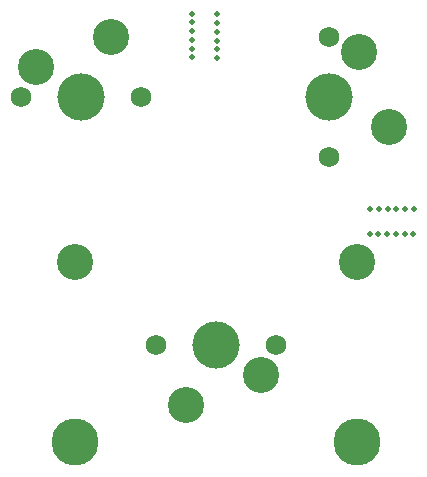
<source format=gbr>
%TF.GenerationSoftware,KiCad,Pcbnew,7.0.7*%
%TF.CreationDate,2023-09-12T19:54:29+10:00*%
%TF.ProjectId,jigsaw,6a696773-6177-42e6-9b69-6361645f7063,rev?*%
%TF.SameCoordinates,Original*%
%TF.FileFunction,Soldermask,Top*%
%TF.FilePolarity,Negative*%
%FSLAX46Y46*%
G04 Gerber Fmt 4.6, Leading zero omitted, Abs format (unit mm)*
G04 Created by KiCad (PCBNEW 7.0.7) date 2023-09-12 19:54:29*
%MOMM*%
%LPD*%
G01*
G04 APERTURE LIST*
%ADD10C,3.987800*%
%ADD11C,3.048000*%
%ADD12C,1.750000*%
%ADD13C,3.050000*%
%ADD14C,4.000000*%
%ADD15C,0.500000*%
G04 APERTURE END LIST*
D10*
%TO.C,REF\u002A\u002A*%
X151682921Y-76350431D03*
D11*
X151682921Y-61110431D03*
D10*
X127870421Y-76350431D03*
D11*
X127870421Y-61110431D03*
%TD*%
D12*
%TO.C,SW1*%
X123216145Y-47134197D03*
D13*
X124486145Y-44594197D03*
D14*
X128296145Y-47134197D03*
D13*
X130836145Y-42054197D03*
D12*
X133376145Y-47134197D03*
%TD*%
D15*
%TO.C,REF\u002A\u002A*%
X139816970Y-40134880D03*
X139816970Y-40874880D03*
X139816970Y-41614880D03*
X139816970Y-42354880D03*
X139816970Y-43094880D03*
X139816970Y-43834880D03*
X137766970Y-43784880D03*
X137766970Y-40824880D03*
X137766970Y-43044880D03*
X137766970Y-41564880D03*
X137766970Y-42304880D03*
X137766970Y-40084880D03*
%TD*%
%TO.C,REF\u002A\u002A*%
X156519550Y-56654620D03*
X155779550Y-56654620D03*
X155039550Y-56654620D03*
X154299550Y-56654620D03*
X153559550Y-56654620D03*
X152819550Y-56654620D03*
X156469550Y-58704620D03*
X155729550Y-58704620D03*
X154989550Y-58704620D03*
X154249550Y-58704620D03*
X153509550Y-58704620D03*
X152769550Y-58704620D03*
%TD*%
D12*
%TO.C,SW1*%
X149326556Y-52214191D03*
D13*
X154406556Y-49674191D03*
D14*
X149326556Y-47134191D03*
D13*
X151866556Y-43324191D03*
D12*
X149326556Y-42054191D03*
%TD*%
%TO.C,SW2*%
X134696671Y-68095431D03*
D13*
X137236671Y-73175431D03*
D14*
X139776671Y-68095431D03*
D13*
X143586671Y-70635431D03*
D12*
X144856671Y-68095431D03*
%TD*%
M02*

</source>
